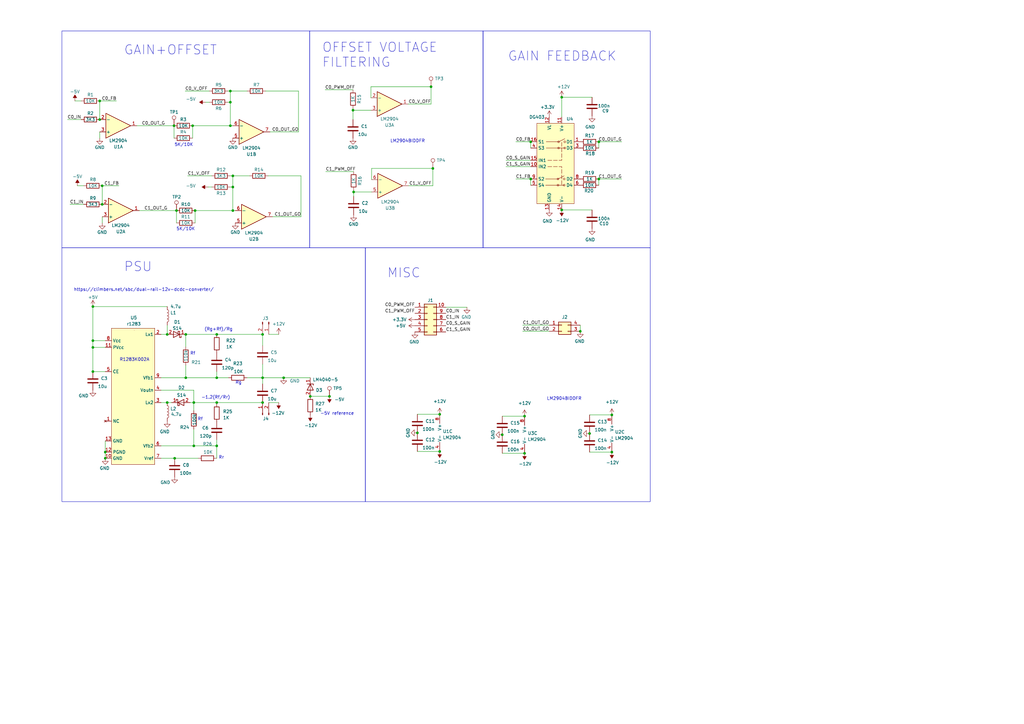
<source format=kicad_sch>
(kicad_sch (version 20230121) (generator eeschema)
  (paper "A3")
  (lib_symbols
    (symbol "Amplifier_Operational:LM2904" (pin_names (offset 0.127))
      (property "Reference" "U" (at 0 5.08 0))
      (property "Value" "LM2904" (at 0 -5.08 0))
      (symbol "LM2904_1_1"
        (polyline (pts (xy -5.08 5.08) (xy 5.08 0) (xy -5.08 -5.08) (xy -5.08 5.08)) (stroke (width 0.254)) (fill (type background)))
        (pin output line (at 7.62 0 180) (length 2.54) (name "~") (number "1"))
        (pin input line (at -7.62 -2.54 0) (length 2.54) (name "-") (number "2"))
        (pin input line (at -7.62 2.54 0) (length 2.54) (name "+") (number "3"))
      )
      (symbol "LM2904_2_1"
        (polyline (pts (xy -5.08 5.08) (xy 5.08 0) (xy -5.08 -5.08) (xy -5.08 5.08)) (stroke (width 0.254)) (fill (type background)))
        (pin input line (at -7.62 2.54 0) (length 2.54) (name "+") (number "5"))
        (pin input line (at -7.62 -2.54 0) (length 2.54) (name "-") (number "6"))
        (pin output line (at 7.62 0 180) (length 2.54) (name "~") (number "7"))
      )
      (symbol "LM2904_3_1"
        (pin power_in line (at -2.54 -7.62 90) (length 3.81) (name "V-") (number "4"))
        (pin power_in line (at -2.54 7.62 270) (length 3.81) (name "V+") (number "8"))
      )
    )
    (symbol "Connector:Conn_01x02_Pin" (pin_names (offset 1.016) hide)
      (property "Reference" "J" (at 0 2.54 0))
      (property "Value" "Conn_01x02_Pin" (at 0 -5.08 0))
      (symbol "Conn_01x02_Pin_1_1"
        (polyline (pts (xy 1.27 -2.54) (xy 0.8636 -2.54)) (stroke (width 0.1524)))
        (polyline (pts (xy 1.27 0) (xy 0.8636 0)) (stroke (width 0.1524)))
        (rectangle (start 0.8636 -2.413) (end 0 -2.667) (stroke (width 0.1524)) (fill (type outline)))
        (rectangle (start 0.8636 0.127) (end 0 -0.127) (stroke (width 0.1524)) (fill (type outline)))
        (pin passive line (at 5.08 0 180) (length 3.81) (name "Pin_1") (number "1"))
        (pin passive line (at 5.08 -2.54 180) (length 3.81) (name "Pin_2") (number "2"))
      )
    )
    (symbol "Connector:TestPoint" (pin_numbers hide) (pin_names (offset 0.762) hide)
      (property "Reference" "TP" (at 0 6.858 0))
      (property "Value" "TestPoint" (at 0 5.08 0))
      (symbol "TestPoint_0_1"
        (circle (center 0 3.302) (radius 0.762))
      )
      (symbol "TestPoint_1_1"
        (pin passive line (at 0 0 90) (length 2.54) (name "1") (number "1"))
      )
    )
    (symbol "Connector_Generic:Conn_02x02_Counter_Clockwise" (pin_names (offset 1.016) hide)
      (property "Reference" "J" (at 1.27 2.54 0))
      (property "Value" "Conn_02x02_Counter_Clockwise" (at 1.27 -5.08 0))
      (symbol "Conn_02x02_Counter_Clockwise_1_1"
        (rectangle (start -1.27 -2.413) (end 0 -2.667) (stroke (width 0.1524)))
        (rectangle (start -1.27 0.127) (end 0 -0.127) (stroke (width 0.1524)))
        (rectangle (start -1.27 1.27) (end 3.81 -3.81) (stroke (width 0.254)) (fill (type background)))
        (rectangle (start 3.81 -2.413) (end 2.54 -2.667) (stroke (width 0.1524)))
        (rectangle (start 3.81 0.127) (end 2.54 -0.127) (stroke (width 0.1524)))
        (pin passive line (at -5.08 0 0) (length 3.81) (name "Pin_1") (number "1"))
        (pin passive line (at -5.08 -2.54 0) (length 3.81) (name "Pin_2") (number "2"))
        (pin passive line (at 7.62 -2.54 180) (length 3.81) (name "Pin_3") (number "3"))
        (pin passive line (at 7.62 0 180) (length 3.81) (name "Pin_4") (number "4"))
      )
    )
    (symbol "Connector_Generic:Conn_02x05_Counter_Clockwise" (pin_names (offset 1.016) hide)
      (property "Reference" "J" (at 1.27 7.62 0))
      (property "Value" "Conn_02x05_Counter_Clockwise" (at 1.27 -7.62 0))
      (symbol "Conn_02x05_Counter_Clockwise_1_1"
        (rectangle (start -1.27 -4.953) (end 0 -5.207) (stroke (width 0.1524)))
        (rectangle (start -1.27 -2.413) (end 0 -2.667) (stroke (width 0.1524)))
        (rectangle (start -1.27 0.127) (end 0 -0.127) (stroke (width 0.1524)))
        (rectangle (start -1.27 2.667) (end 0 2.413) (stroke (width 0.1524)))
        (rectangle (start -1.27 5.207) (end 0 4.953) (stroke (width 0.1524)))
        (rectangle (start -1.27 6.35) (end 3.81 -6.35) (stroke (width 0.254)) (fill (type background)))
        (rectangle (start 3.81 -4.953) (end 2.54 -5.207) (stroke (width 0.1524)))
        (rectangle (start 3.81 -2.413) (end 2.54 -2.667) (stroke (width 0.1524)))
        (rectangle (start 3.81 0.127) (end 2.54 -0.127) (stroke (width 0.1524)))
        (rectangle (start 3.81 2.667) (end 2.54 2.413) (stroke (width 0.1524)))
        (rectangle (start 3.81 5.207) (end 2.54 4.953) (stroke (width 0.1524)))
        (pin passive line (at -5.08 5.08 0) (length 3.81) (name "Pin_1") (number "1"))
        (pin passive line (at 7.62 5.08 180) (length 3.81) (name "Pin_10") (number "10"))
        (pin passive line (at -5.08 2.54 0) (length 3.81) (name "Pin_2") (number "2"))
        (pin passive line (at -5.08 0 0) (length 3.81) (name "Pin_3") (number "3"))
        (pin passive line (at -5.08 -2.54 0) (length 3.81) (name "Pin_4") (number "4"))
        (pin passive line (at -5.08 -5.08 0) (length 3.81) (name "Pin_5") (number "5"))
        (pin passive line (at 7.62 -5.08 180) (length 3.81) (name "Pin_6") (number "6"))
        (pin passive line (at 7.62 -2.54 180) (length 3.81) (name "Pin_7") (number "7"))
        (pin passive line (at 7.62 0 180) (length 3.81) (name "Pin_8") (number "8"))
        (pin passive line (at 7.62 2.54 180) (length 3.81) (name "Pin_9") (number "9"))
      )
    )
    (symbol "D_Schottky_1" (pin_names (offset 1.016) hide)
      (property "Reference" "D" (at 0 2.54 0))
      (property "Value" "D_Schottky_1" (at 0 -2.54 0))
      (symbol "D_Schottky_1_0_1"
        (polyline (pts (xy 1.27 0) (xy -1.27 0)))
        (polyline (pts (xy 1.27 1.27) (xy 1.27 -1.27) (xy -1.27 0) (xy 1.27 1.27)) (stroke (width 0.254)))
        (polyline (pts (xy -1.905 0.635) (xy -1.905 1.27) (xy -1.27 1.27) (xy -1.27 -1.27) (xy -0.635 -1.27) (xy -0.635 -0.635)) (stroke (width 0.254)))
      )
      (symbol "D_Schottky_1_1_1"
        (pin passive line (at -3.81 0 0) (length 2.54) (name "K") (number "1"))
        (pin passive line (at 3.81 0 180) (length 2.54) (name "A") (number "2"))
      )
    )
    (symbol "Device:C" (pin_numbers hide) (pin_names (offset 0.254))
      (property "Reference" "C" (at 0.635 2.54 0))
      (property "Value" "C" (at 0.635 -2.54 0))
      (symbol "C_0_1"
        (polyline (pts (xy -2.032 -0.762) (xy 2.032 -0.762)) (stroke (width 0.508)))
        (polyline (pts (xy -2.032 0.762) (xy 2.032 0.762)) (stroke (width 0.508)))
      )
      (symbol "C_1_1"
        (pin passive line (at 0 3.81 270) (length 2.794) (name "~") (number "1"))
        (pin passive line (at 0 -3.81 90) (length 2.794) (name "~") (number "2"))
      )
    )
    (symbol "Device:D_Zener" (pin_names (offset 1.016) hide)
      (property "Reference" "D" (at 0 2.54 0))
      (property "Value" "D_Zener" (at 0 -2.54 0))
      (symbol "D_Zener_0_1"
        (polyline (pts (xy 1.27 0) (xy -1.27 0)))
        (polyline (pts (xy -1.27 -1.27) (xy -1.27 1.27) (xy -0.762 1.27)) (stroke (width 0.254)))
        (polyline (pts (xy 1.27 -1.27) (xy 1.27 1.27) (xy -1.27 0) (xy 1.27 -1.27)) (stroke (width 0.254)))
      )
      (symbol "D_Zener_1_1"
        (pin passive line (at -3.81 0 0) (length 2.54) (name "K") (number "1"))
        (pin passive line (at 3.81 0 180) (length 2.54) (name "A") (number "2"))
      )
    )
    (symbol "Device:L" (pin_numbers hide) (pin_names (offset 1.016) hide)
      (property "Reference" "L" (at -1.27 0 90))
      (property "Value" "L" (at 1.905 0 90))
      (symbol "L_0_1"
        (arc (start 0 -2.54) (mid 0.6323 -1.905) (end 0 -1.27))
        (arc (start 0 -1.27) (mid 0.6323 -0.635) (end 0 0))
        (arc (start 0 0) (mid 0.6323 0.635) (end 0 1.27))
        (arc (start 0 1.27) (mid 0.6323 1.905) (end 0 2.54))
      )
      (symbol "L_1_1"
        (pin passive line (at 0 3.81 270) (length 1.27) (name "1") (number "1"))
        (pin passive line (at 0 -3.81 90) (length 1.27) (name "2") (number "2"))
      )
    )
    (symbol "Device:R" (pin_numbers hide) (pin_names (offset 0))
      (property "Reference" "R" (at 2.032 0 90))
      (property "Value" "R" (at 0 0 90))
      (symbol "R_0_1"
        (rectangle (start -1.016 -2.54) (end 1.016 2.54) (stroke (width 0.254)))
      )
      (symbol "R_1_1"
        (pin passive line (at 0 3.81 270) (length 1.27) (name "~") (number "1"))
        (pin passive line (at 0 -3.81 90) (length 1.27) (name "~") (number "2"))
      )
    )
    (symbol "awg_lib:DG403"
      (property "Reference" "U" (at 2.54 17.78 0))
      (property "Value" "DG403" (at -7.112 6.604 0))
      (symbol "DG403_1_1"
        (rectangle (start -5.08 5.08) (end 10.16 -27.94) (fill (type background)))
        (polyline (pts (xy -1.524 -20.32) (xy 3.556 -20.32)))
        (polyline (pts (xy -1.524 -17.78) (xy 3.556 -17.78)))
        (polyline (pts (xy -1.27 -5.08) (xy 3.81 -5.08)))
        (polyline (pts (xy -1.27 -2.54) (xy 3.81 -2.54)))
        (polyline (pts (xy 3.556 -20.32) (xy 6.096 -20.32)))
        (polyline (pts (xy 3.556 -17.78) (xy 6.096 -16.51)))
        (polyline (pts (xy 3.81 -5.08) (xy 6.35 -5.08)))
        (polyline (pts (xy 3.81 -2.54) (xy 6.35 -1.27)))
        (polyline (pts (xy -0.635 -12.7) (xy 5.08 -12.7) (xy 5.08 -20.32)) (stroke (width 0) (type dash)))
        (polyline (pts (xy -0.635 -10.16) (xy 5.08 -10.16) (xy 5.08 -2.54)) (stroke (width 0) (type dash)))
        (circle (center 3.556 -20.32) (radius 0.3592))
        (circle (center 3.556 -17.78) (radius 0.3592))
        (circle (center 3.81 -5.08) (radius 0.3592))
        (circle (center 3.81 -2.54) (radius 0.3592))
        (circle (center 6.096 -20.32) (radius 0.3592))
        (circle (center 6.096 -17.78) (radius 0.3592))
        (circle (center 6.35 -5.08) (radius 0.3592))
        (circle (center 6.35 -2.54) (radius 0.3592))
        (pin input line (at 12.7 -2.54 180) (length 2.54) (name "D1") (number "1"))
        (pin input line (at -7.62 -12.7 0) (length 2.54) (name "IN2") (number "10"))
        (pin power_in line (at 5.08 7.62 270) (length 2.54) (name "V+") (number "11"))
        (pin power_in line (at 0 7.62 270) (length 2.54) (name "VL") (number "12"))
        (pin power_in line (at 0 -30.48 90) (length 2.54) (name "GND") (number "13"))
        (pin power_in line (at 5.08 -30.48 90) (length 2.54) (name "V-") (number "14"))
        (pin input line (at -7.62 -10.16 0) (length 2.54) (name "IN1") (number "15"))
        (pin input line (at -7.62 -2.54 0) (length 2.54) (name "S1") (number "16"))
        (pin input line (at 12.7 -5.08 180) (length 2.54) (name "D3") (number "3"))
        (pin input line (at -7.62 -5.08 0) (length 2.54) (name "S3") (number "4"))
        (pin input line (at -7.62 -20.32 0) (length 2.54) (name "S4") (number "5"))
        (pin input line (at 12.7 -20.32 180) (length 2.54) (name "D4") (number "6"))
        (pin input line (at 12.7 -17.78 180) (length 2.54) (name "D2") (number "8"))
        (pin input line (at -7.62 -17.78 0) (length 2.54) (name "S2") (number "9"))
      )
    )
    (symbol "awg_lib:r1283"
      (property "Reference" "U" (at -5.08 -2.54 0))
      (property "Value" "r1283" (at -5.08 -0.762 0))
      (symbol "r1283_0_1"
        (rectangle (start -15.24 -5.08) (end 2.54 -60.96) (fill (type background)))
        (rectangle (start -5.842 -5.842) (end -5.842 -5.842))
      )
      (symbol "r1283_1_1"
        (pin no_connect line (at -17.78 -43.18 0) (length 2.54) (name "NC") (number "1"))
        (pin power_in line (at -17.78 -58.42 0) (length 2.54) (name "GND") (number "10"))
        (pin power_out line (at -17.78 -12.954 0) (length 2.54) (name "PVcc") (number "11"))
        (pin power_out line (at -17.78 -55.88 0) (length 2.54) (name "PGND") (number "12"))
        (pin input line (at -17.78 -51.308 0) (length 2.54) (name "GND") (number "13"))
        (pin input line (at 5.08 -7.62 180) (length 2.54) (name "Lx1") (number "2"))
        (pin input line (at 5.08 -35.56 180) (length 2.54) (name "Lx2") (number "3"))
        (pin power_out line (at 5.08 -30.48 180) (length 2.54) (name "Voutn") (number "4"))
        (pin input line (at -17.78 -22.86 0) (length 2.54) (name "CE") (number "5"))
        (pin input line (at 5.08 -53.34 180) (length 2.54) (name "Vfb2") (number "6"))
        (pin input line (at 5.08 -58.42 180) (length 2.54) (name "Vref") (number "7"))
        (pin power_in line (at -17.78 -10.16 0) (length 2.54) (name "Vcc") (number "8"))
        (pin input line (at 5.08 -25.4 180) (length 2.54) (name "Vfb1") (number "9"))
      )
    )
    (symbol "power:+12V" (power) (pin_names (offset 0))
      (property "Value" "+12V" (at 0 3.556 0))
      (symbol "+12V_0_1"
        (polyline (pts (xy -0.762 1.27) (xy 0 2.54)))
        (polyline (pts (xy 0 0) (xy 0 2.54)))
        (polyline (pts (xy 0 2.54) (xy 0.762 1.27)))
      )
      (symbol "+12V_1_1"
        (pin power_in line (at 0 0 90) (length 0) hide (name "+12V") (number "1"))
      )
    )
    (symbol "power:+3.3V" (power) (pin_names (offset 0))
      (property "Value" "+3.3V" (at 0 3.556 0))
      (symbol "+3.3V_0_1"
        (polyline (pts (xy -0.762 1.27) (xy 0 2.54)))
        (polyline (pts (xy 0 0) (xy 0 2.54)))
        (polyline (pts (xy 0 2.54) (xy 0.762 1.27)))
      )
      (symbol "+3.3V_1_1"
        (pin power_in line (at 0 0 90) (length 0) hide (name "+3.3V") (number "1"))
      )
    )
    (symbol "power:+5V" (power) (pin_names (offset 0))
      (property "Value" "+5V" (at 0 3.556 0))
      (symbol "+5V_0_1"
        (polyline (pts (xy -0.762 1.27) (xy 0 2.54)))
        (polyline (pts (xy 0 0) (xy 0 2.54)))
        (polyline (pts (xy 0 2.54) (xy 0.762 1.27)))
      )
      (symbol "+5V_1_1"
        (pin power_in line (at 0 0 90) (length 0) hide (name "+5V") (number "1"))
      )
    )
    (symbol "power:-12V" (power) (pin_names (offset 0))
      (property "Value" "-12V" (at 0 3.81 0))
      (symbol "-12V_0_0"
        (pin power_in line (at 0 0 90) (length 0) hide (name "-12V") (number "1"))
      )
      (symbol "-12V_0_1"
        (polyline (pts (xy 0 0) (xy 0 1.27) (xy 0.762 1.27) (xy 0 2.54) (xy -0.762 1.27) (xy 0 1.27)) (fill (type outline)))
      )
    )
    (symbol "power:-5V" (power) (pin_names (offset 0))
      (property "Value" "-5V" (at 0 3.81 0))
      (symbol "-5V_0_0"
        (pin power_in line (at 0 0 90) (length 0) hide (name "-5V") (number "1"))
      )
      (symbol "-5V_0_1"
        (polyline (pts (xy 0 0) (xy 0 1.27) (xy 0.762 1.27) (xy 0 2.54) (xy -0.762 1.27) (xy 0 1.27)) (fill (type outline)))
      )
    )
    (symbol "power:GND" (power) (pin_names (offset 0))
      (property "Value" "GND" (at 0 -3.81 0))
      (symbol "GND_0_1"
        (polyline (pts (xy 0 0) (xy 0 -1.27) (xy 1.27 -1.27) (xy 0 -2.54) (xy -1.27 -1.27) (xy 0 -1.27)))
      )
      (symbol "GND_1_1"
        (pin power_in line (at 0 0 270) (length 0) hide (name "GND") (number "1"))
      )
    )
  )
  (junction (at 135.128 162.56))
  (junction (at 88.9 165.1))
  (junction (at 95.504 86.36))
  (junction (at 94.488 41.91))
  (junction (at 71.374 51.562))
  (junction (at 107.696 137.16))
  (junction (at 250.952 185.42))
  (junction (at 171.196 177.546))
  (junction (at 180.34 169.926))
  (junction (at 88.9 137.16))
  (junction (at 68.58 165.1))
  (junction (at 145.034 78.74))
  (junction (at 41.91 76.2))
  (junction (at 245.618 58.166))
  (junction (at 94.488 51.562))
  (junction (at 107.696 154.94))
  (junction (at 215.138 170.688))
  (junction (at 68.58 137.16))
  (junction (at 78.994 51.562))
  (junction (at 41.91 83.82))
  (junction (at 72.39 86.36))
  (junction (at 88.9 182.88))
  (junction (at 40.894 41.402))
  (junction (at 217.678 73.406))
  (junction (at 71.628 187.96))
  (junction (at 38.1 125.73))
  (junction (at 215.138 185.928))
  (junction (at 116.332 154.94))
  (junction (at 127.254 162.56))
  (junction (at 88.9 154.94))
  (junction (at 107.696 165.1))
  (junction (at 94.488 37.338))
  (junction (at 230.378 39.878))
  (junction (at 250.952 170.18))
  (junction (at 80.01 86.36))
  (junction (at 38.1 139.7))
  (junction (at 76.2 137.16))
  (junction (at 38.1 152.4))
  (junction (at 241.808 177.8))
  (junction (at 180.34 185.166))
  (junction (at 38.1 142.494))
  (junction (at 217.678 58.166))
  (junction (at 176.784 35.56))
  (junction (at 237.998 135.89))
  (junction (at 144.78 45.212))
  (junction (at 230.378 86.106))
  (junction (at 43.18 185.42))
  (junction (at 177.546 69.088))
  (junction (at 76.2 154.94))
  (junction (at 95.504 76.708))
  (junction (at 43.18 187.96))
  (junction (at 79.502 165.1))
  (junction (at 79.502 182.88))
  (junction (at 245.618 73.406))
  (junction (at 95.504 72.136))
  (junction (at 40.894 49.022))
  (junction (at 205.994 178.308))
  (wire (pts (xy 145.034 78.74) (xy 152.4 78.74)))
  (wire (pts (xy 79.502 182.88) (xy 66.04 182.88)))
  (wire (pts (xy 88.9 165.1) (xy 107.696 165.1)))
  (wire (pts (xy 114.3 137.16) (xy 110.236 137.16)))
  (wire (pts (xy 110.744 54.102) (xy 122.428 54.102)))
  (wire (pts (xy 93.472 41.91) (xy 94.488 41.91)))
  (wire (pts (xy 152.4 69.088) (xy 152.4 73.66)))
  (wire (pts (xy 133.35 36.83) (xy 144.78 36.83)))
  (wire (pts (xy 43.18 187.96) (xy 43.18 185.42)))
  (wire (pts (xy 71.374 51.562) (xy 71.374 56.642)))
  (wire (pts (xy 40.894 41.402) (xy 40.894 49.022)))
  (wire (pts (xy 144.78 45.212) (xy 144.78 49.022)))
  (wire (pts (xy 242.824 86.106) (xy 230.378 86.106)))
  (wire (pts (xy 241.808 170.18) (xy 250.952 170.18)))
  (wire (pts (xy 79.502 165.1) (xy 88.9 165.1)))
  (wire (pts (xy 110.236 165.1) (xy 114.3 165.1)))
  (wire (pts (xy 41.91 88.9) (xy 41.91 91.44)))
  (wire (pts (xy 230.378 39.878) (xy 230.378 48.006)))
  (wire (pts (xy 214.376 133.35) (xy 225.298 133.35)))
  (wire (pts (xy 176.784 35.56) (xy 176.784 42.672)))
  (wire (pts (xy 78.994 51.562) (xy 94.488 51.562)))
  (wire (pts (xy 245.618 73.406) (xy 245.618 75.946)))
  (wire (pts (xy 108.966 37.338) (xy 122.428 37.338)))
  (wire (pts (xy 144.78 44.45) (xy 144.78 45.212)))
  (wire (pts (xy 38.1 125.73) (xy 38.1 139.7)))
  (wire (pts (xy 171.196 169.926) (xy 180.34 169.926)))
  (wire (pts (xy 122.428 37.338) (xy 122.428 54.102)))
  (wire (pts (xy 38.1 142.494) (xy 38.1 152.4)))
  (wire (pts (xy 214.376 135.89) (xy 225.298 135.89)))
  (wire (pts (xy 85.344 76.708) (xy 86.868 76.708)))
  (wire (pts (xy 96.52 86.36) (xy 95.504 86.36)))
  (wire (pts (xy 38.1 139.7) (xy 43.18 139.7)))
  (wire (pts (xy 68.58 133.35) (xy 68.58 137.16)))
  (wire (pts (xy 242.824 39.878) (xy 230.378 39.878)))
  (wire (pts (xy 207.518 65.786) (xy 217.678 65.786)))
  (wire (pts (xy 31.75 76.2) (xy 34.29 76.2)))
  (wire (pts (xy 109.982 72.136) (xy 123.444 72.136)))
  (wire (pts (xy 107.696 154.94) (xy 107.696 157.48)))
  (wire (pts (xy 84.328 41.91) (xy 85.852 41.91)))
  (wire (pts (xy 107.696 149.352) (xy 107.696 154.94)))
  (wire (pts (xy 95.504 72.136) (xy 95.504 76.708)))
  (wire (pts (xy 211.582 58.166) (xy 217.678 58.166)))
  (wire (pts (xy 255.016 58.166) (xy 245.618 58.166)))
  (wire (pts (xy 145.034 77.978) (xy 145.034 78.74)))
  (wire (pts (xy 191.516 125.984) (xy 182.88 125.984)))
  (wire (pts (xy 88.9 137.16) (xy 76.2 137.16)))
  (wire (pts (xy 88.9 182.88) (xy 88.9 180.34)))
  (wire (pts (xy 76.2 154.94) (xy 88.9 154.94)))
  (wire (pts (xy 111.76 88.9) (xy 123.444 88.9)))
  (wire (pts (xy 38.1 152.4) (xy 43.18 152.4)))
  (wire (pts (xy 94.488 76.708) (xy 95.504 76.708)))
  (wire (pts (xy 94.488 72.136) (xy 95.504 72.136)))
  (wire (pts (xy 133.604 70.358) (xy 145.034 70.358)))
  (wire (pts (xy 80.01 86.36) (xy 95.504 86.36)))
  (wire (pts (xy 40.894 54.102) (xy 40.894 56.642)))
  (wire (pts (xy 79.502 182.88) (xy 88.9 182.88)))
  (wire (pts (xy 93.472 37.338) (xy 94.488 37.338)))
  (wire (pts (xy 93.726 154.94) (xy 88.9 154.94)))
  (wire (pts (xy 68.58 165.1) (xy 66.04 165.1)))
  (wire (pts (xy 88.9 173.228) (xy 88.9 172.72)))
  (wire (pts (xy 76.2 149.86) (xy 76.2 154.94)))
  (wire (pts (xy 145.034 78.74) (xy 145.034 80.518)))
  (wire (pts (xy 79.502 168.402) (xy 79.502 165.1)))
  (wire (pts (xy 88.9 187.96) (xy 88.9 182.88)))
  (wire (pts (xy 152.146 35.56) (xy 176.784 35.56)))
  (wire (pts (xy 77.978 165.1) (xy 79.502 165.1)))
  (wire (pts (xy 177.546 76.2) (xy 177.546 69.088)))
  (wire (pts (xy 144.78 45.212) (xy 152.146 45.212)))
  (wire (pts (xy 79.502 165.1) (xy 79.502 160.02)))
  (wire (pts (xy 176.784 42.672) (xy 167.386 42.672)))
  (wire (pts (xy 68.58 137.16) (xy 66.04 137.16)))
  (wire (pts (xy 116.332 154.94) (xy 127.254 154.94)))
  (wire (pts (xy 171.196 185.166) (xy 180.34 185.166)))
  (wire (pts (xy 38.1 142.494) (xy 43.18 142.494)))
  (wire (pts (xy 127.254 162.56) (xy 135.128 162.56)))
  (wire (pts (xy 177.546 69.088) (xy 152.4 69.088)))
  (wire (pts (xy 68.58 125.73) (xy 38.1 125.73)))
  (wire (pts (xy 43.18 180.848) (xy 43.18 185.42)))
  (wire (pts (xy 102.362 72.136) (xy 95.504 72.136)))
  (wire (pts (xy 217.678 73.406) (xy 217.678 75.946)))
  (wire (pts (xy 78.994 56.642) (xy 78.994 51.562)))
  (wire (pts (xy 79.502 160.02) (xy 66.04 160.02)))
  (wire (pts (xy 30.734 41.402) (xy 33.274 41.402)))
  (wire (pts (xy 57.15 86.36) (xy 72.39 86.36)))
  (wire (pts (xy 88.9 154.94) (xy 88.9 152.4)))
  (wire (pts (xy 211.582 73.406) (xy 217.678 73.406)))
  (wire (pts (xy 80.01 91.44) (xy 80.01 86.36)))
  (wire (pts (xy 217.678 58.166) (xy 217.678 60.706)))
  (wire (pts (xy 71.628 187.96) (xy 66.04 187.96)))
  (wire (pts (xy 107.696 137.16) (xy 107.696 141.732)))
  (wire (pts (xy 241.808 185.42) (xy 250.952 185.42)))
  (wire (pts (xy 215.138 185.928) (xy 205.994 185.928)))
  (wire (pts (xy 76.2 142.24) (xy 76.2 137.16)))
  (wire (pts (xy 28.702 83.82) (xy 34.29 83.82)))
  (wire (pts (xy 207.518 68.326) (xy 217.678 68.326)))
  (wire (pts (xy 152.146 40.132) (xy 152.146 35.56)))
  (wire (pts (xy 79.502 176.022) (xy 79.502 182.88)))
  (wire (pts (xy 94.488 51.562) (xy 94.488 41.91)))
  (wire (pts (xy 107.696 154.94) (xy 101.346 154.94)))
  (wire (pts (xy 66.04 154.94) (xy 76.2 154.94)))
  (wire (pts (xy 167.64 76.2) (xy 177.546 76.2)))
  (wire (pts (xy 41.91 76.2) (xy 41.91 83.82)))
  (wire (pts (xy 47.752 41.402) (xy 40.894 41.402)))
  (wire (pts (xy 255.016 73.406) (xy 245.618 73.406)))
  (wire (pts (xy 76.962 72.136) (xy 86.868 72.136)))
  (wire (pts (xy 116.332 154.94) (xy 107.696 154.94)))
  (wire (pts (xy 81.28 187.96) (xy 71.628 187.96)))
  (wire (pts (xy 101.346 37.338) (xy 94.488 37.338)))
  (wire (pts (xy 88.9 165.608) (xy 88.9 165.1)))
  (wire (pts (xy 68.58 165.1) (xy 70.358 165.1)))
  (wire (pts (xy 237.998 135.89) (xy 237.998 133.35)))
  (wire (pts (xy 27.686 49.022) (xy 33.274 49.022)))
  (wire (pts (xy 95.504 51.562) (xy 94.488 51.562)))
  (wire (pts (xy 48.768 76.2) (xy 41.91 76.2)))
  (wire (pts (xy 72.39 86.36) (xy 72.39 91.44)))
  (wire (pts (xy 245.618 58.166) (xy 245.618 60.706)))
  (wire (pts (xy 205.994 170.688) (xy 215.138 170.688)))
  (wire (pts (xy 95.504 86.36) (xy 95.504 76.708)))
  (wire (pts (xy 56.134 51.562) (xy 71.374 51.562)))
  (wire (pts (xy 38.1 139.7) (xy 38.1 142.494)))
  (wire (pts (xy 94.488 37.338) (xy 94.488 41.91)))
  (wire (pts (xy 123.444 72.136) (xy 123.444 88.9)))
  (wire (pts (xy 75.946 37.338) (xy 85.852 37.338)))
  (wire (pts (xy 88.9 137.16) (xy 107.696 137.16)))
  (rectangle (start 25.4 101.6) (end 149.86 205.74))
  (rectangle (start 127 12.7) (end 198.12 101.6))
  (rectangle (start 198.12 12.7) (end 266.7 101.6))
  (rectangle (start 25.4 12.7) (end 127 101.6))
  (rectangle (start 149.86 101.6) (end 266.7 205.74))
  (text "OFFSET VOLTAGE\nFILTERING" (at 132.08 27.94 0) (effects (font (size 3.81 3.81)) (justify left bottom)))
  (text "-1.2(Rf/Rr)" (at 82.55 163.83 0) (effects (font (size 1.27 1.27)) (justify left bottom)))
  (text "5K/10K" (at 80.01 94.742 0) (effects (font (size 1.27 1.27)) (justify right bottom)))
  (text "GAIN FEEDBACK" (at 208.28 25.4 0) (effects (font (size 3.81 3.81)) (justify left bottom)))
  (text "MISC" (at 158.75 114.3 0) (effects (font (size 3.81 3.81)) (justify left bottom)))
  (text "-5V reference" (at 131.318 170.434 0) (effects (font (size 1.27 1.27)) (justify left bottom)))
  (text "R1283K002A" (at 49.022 148.336 0) (effects (font (size 1.27 1.27)) (justify left bottom)))
  (text "Rf" (at 77.978 145.796 0) (effects (font (size 1.27 1.27)) (justify left bottom)))
  (text "GAIN+OFFSET" (at 50.8 22.86 0) (effects (font (size 3.81 3.81)) (justify left bottom)))
  (text "Rr" (at 89.662 188.468 0) (effects (font (size 1.27 1.27)) (justify left bottom)))
  (text "Rf" (at 81.026 172.72 0) (effects (font (size 1.27 1.27)) (justify left bottom)))
  (text "LM2904BIDDFR" (at 224.282 164.338 0) (effects (font (size 1.27 1.27)) (justify left bottom)))
  (text "PSU" (at 50.8 111.76 0) (effects (font (size 3.81 3.81)) (justify left bottom)))
  (text "LM2904BIDDFR" (at 160.02 58.674 0) (effects (font (size 1.27 1.27)) (justify left bottom)))
  (text "https://climbers.net/sbc/dual-rail-12v-dcdc-converter/" (at 30.226 119.634 0) (effects (font (size 1.27 1.27)) (justify left bottom)))
  (text "(Rg+Rf)/Rg" (at 83.82 135.89 0) (effects (font (size 1.27 1.27)) (justify left bottom)))
  (text "Rg" (at 96.52 157.734 0) (effects (font (size 1.27 1.27)) (justify left bottom)))
  (text "5K/10K" (at 79.248 60.198 0) (effects (font (size 1.27 1.27)) (justify right bottom)))
  (label "C1_IN" (at 28.702 83.82 0))
  (label "C1_S_GAIN" (at 207.518 68.326 0))
  (label "C0_OUT_G" (at 255.016 58.166 180))
  (label "C1_V_OFF" (at 76.962 72.136 0))
  (label "C1_OUT_GO" (at 123.444 88.9 180))
  (label "C1_OUT_G" (at 59.182 86.36 0))
  (label "C0_S_GAIN" (at 207.518 65.786 0))
  (label "C1_FB" (at 48.768 76.2 180))
  (label "C1_OUT_G" (at 255.016 73.406 180))
  (label "C0_IN" (at 182.88 128.524 0))
  (label "C1_FB" (at 211.582 73.406 0))
  (label "C0_S_GAIN" (at 182.88 133.604 0))
  (label "C1_IN" (at 182.88 131.064 0))
  (label "C0_FB" (at 211.582 58.166 0))
  (label "C0_PWM_OFF" (at 170.18 125.984 180))
  (label "C0_V_OFF" (at 176.784 42.672 180))
  (label "C1_OUT_GO" (at 214.376 133.35 0))
  (label "C0_IN" (at 27.686 49.022 0))
  (label "C0_OUT_G" (at 58.166 51.562 0))
  (label "C0_OUT_GO" (at 122.428 54.102 180))
  (label "C0_FB" (at 47.752 41.402 180))
  (label "C0_PWM_OFF" (at 133.35 36.83 0))
  (label "C1_S_GAIN" (at 182.88 136.144 0))
  (label "C1_PWM_OFF" (at 133.604 70.358 0))
  (label "C0_V_OFF" (at 75.946 37.338 0))
  (label "C1_V_OFF" (at 177.038 76.2 180))
  (label "C0_OUT_GO" (at 214.376 135.89 0))
  (label "C1_PWM_OFF" (at 170.18 128.524 180))
  (symbol (lib_id "awg_lib:DG403") (at 225.298 55.626 0) (unit 1)
    (property "Reference" "U4" (at 232.3339 48.768 0) (effects (justify left)))
    (property "Value" "DG403" (at 220.218 48.006 0))
    (property "Footprint" "Package_SO:TSSOP-16-1EP_4.4x5mm_P0.65mm" (effects hide))
    (property "BUY" "https://www.digikey.com/en/products/detail/renesas-electronics-america-inc/DG403DVZ/1976787" (effects hide))
  )
  (symbol (lib_id "awg_lib:r1283") (at 60.96 129.54 0) (unit 1)
    (property "Reference" "U5" (at 54.864 130.302 0))
    (property "Value" "r1283" (at 54.864 132.842 0))
    (property "Footprint" "awg_fp_lib:DFN-12" (effects hide))
    (property "BUY" "https://www.digikey.com/en/products/detail/nisshinbo-micro-devices-inc/R1283K001C-TR/10212797" (effects hide))
  )
  (symbol (lib_id "Device:R") (at 127.254 166.37 0) (unit 1)
    (property "Reference" "R27" (at 129.286 165.608 0) (effects (justify left)))
    (property "Value" "1K" (at 129.286 168.148 0) (effects (justify left)))
    (property "Footprint" "Resistor_SMD:R_0603_1608Metric" (effects hide))
  )
  (symbol (lib_id "power:-12V") (at 230.378 86.106 180) (unit 1)
    (property "Reference" "#PWR0118" (effects hide))
    (property "Value" "-12V" (at 230.632 90.424 0))
  )
  (symbol (lib_id "Device:C") (at 71.628 191.77 0) (unit 1)
    (property "Reference" "C8" (at 74.93 190.754 0) (effects (justify left)))
    (property "Value" "100n" (at 73.66 194.056 0) (effects (justify left)))
    (property "Footprint" "Capacitor_SMD:C_0603_1608Metric_Pad1.08x0.95mm_HandSolder" (effects hide))
  )
  (symbol (lib_id "power:+3.3V") (at 170.18 131.064 90) (unit 1)
    (property "Reference" "#PWR0110" (effects hide))
    (property "Value" "+3.3V" (at 163.83 131.064 90))
  )
  (symbol (lib_id "power:-12V") (at 215.138 185.928 180) (unit 1)
    (property "Reference" "#PWR02" (effects hide))
    (property "Value" "-12V" (at 215.392 190.246 0))
  )
  (symbol (lib_id "power:GND") (at 241.808 177.8 270) (unit 1)
    (property "Reference" "#PWR0101" (effects hide))
    (property "Value" "GND" (at 237.998 179.832 0) (effects (justify right)))
  )
  (symbol (lib_name "D_Schottky_1") (lib_id "Device:D_Schottky") (at 74.168 165.1 0) (unit 1)
    (property "Reference" "D2" (at 74.422 159.004 0))
    (property "Value" "S14" (at 74.422 162.052 0))
    (property "Footprint" "awg_fp_lib:S14" (effects hide))
    (property "BUY" "https://www.digikey.com/en/products/detail/yangzhou-yangjie-electronic-technology-co-ltd/S14-F1-3000HF/13911645" (effects hide))
  )
  (symbol (lib_id "Connector_Generic:Conn_02x05_Counter_Clockwise") (at 175.26 131.064 0) (unit 1)
    (property "Reference" "J1" (at 176.53 123.19 0))
    (property "Value" "02x05" (effects hide))
    (property "Footprint" "awg_fp_lib:2x05" (effects hide))
  )
  (symbol (lib_id "Amplifier_Operational:LM2904") (at 182.88 177.546 0) (unit 3)
    (property "Reference" "U1" (at 181.61 176.911 0) (effects (justify left)))
    (property "Value" "LM2904" (at 181.61 179.451 0) (effects (justify left)))
    (property "Footprint" "Package_TO_SOT_SMD:SOT-23-8_Handsoldering" (effects hide))
    (property "Datasheet" "http://www.ti.com/lit/ds/symlink/lm358.pdf" (effects hide))
    (property "BUY" "https://www.digikey.com/en/products/detail/texas-instruments/LM2904BIDDFR/15222319" (effects hide))
  )
  (symbol (lib_id "Device:R") (at 241.808 60.706 270) (mirror x) (unit 1)
    (property "Reference" "R18" (at 242.062 62.992 90))
    (property "Value" "10K" (at 241.808 60.706 90))
    (property "Footprint" "Resistor_SMD:R_0603_1608Metric" (effects hide))
  )
  (symbol (lib_id "power:-5V") (at 84.328 41.91 90) (unit 1)
    (property "Reference" "#PWR0121" (effects hide))
    (property "Value" "-5V" (at 76.2 40.64 90) (effects (justify right)))
  )
  (symbol (lib_id "Device:R") (at 38.1 83.82 90) (unit 1)
    (property "Reference" "R9" (at 38.1 81.28 90))
    (property "Value" "3K3" (at 38.1 83.82 90))
    (property "Footprint" "Resistor_SMD:R_0603_1608Metric" (effects hide))
  )
  (symbol (lib_id "Device:R") (at 89.662 41.91 270) (unit 1)
    (property "Reference" "R6" (at 89.662 44.45 90))
    (property "Value" "10K" (at 89.662 41.91 90))
    (property "Footprint" "Resistor_SMD:R_0603_1608Metric" (effects hide))
  )
  (symbol (lib_id "Device:R") (at 79.502 172.212 0) (mirror y) (unit 1)
    (property "Reference" "R24" (at 77.724 175.26 0) (effects (justify left)))
    (property "Value" "100k" (at 79.756 174.498 90) (effects (justify left)))
    (property "Footprint" "Resistor_SMD:R_0603_1608Metric" (effects hide))
    (property "BUY" "https://www.digikey.com/en/products/detail/yageo/RC0603FR-07110KL/726905" (effects hide))
  )
  (symbol (lib_id "Device:C") (at 107.696 161.29 0) (unit 1)
    (property "Reference" "C7" (at 110.998 160.274 0) (effects (justify left)))
    (property "Value" "10u" (at 109.728 163.576 0) (effects (justify left)))
    (property "Footprint" "Capacitor_SMD:C_0805_2012Metric_Pad1.18x1.45mm_HandSolder" (effects hide))
  )
  (symbol (lib_id "Connector_Generic:Conn_02x02_Counter_Clockwise") (at 230.378 133.35 0) (unit 1)
    (property "Reference" "J2" (at 231.648 130.048 0))
    (property "Value" "02x02" (effects hide))
    (property "Footprint" "awg_fp_lib:2x02" (effects hide))
  )
  (symbol (lib_id "Device:R") (at 90.678 72.136 90) (unit 1)
    (property "Reference" "R12" (at 90.678 69.596 90))
    (property "Value" "3K3" (at 90.678 72.136 90))
    (property "Footprint" "Resistor_SMD:R_0603_1608Metric" (effects hide))
  )
  (symbol (lib_id "power:+12V") (at 180.34 169.926 0) (unit 1)
    (property "Reference" "#PWR0112" (effects hide))
    (property "Value" "+12V" (at 180.34 164.592 0))
  )
  (symbol (lib_id "power:+12V") (at 250.952 170.18 0) (unit 1)
    (property "Reference" "#PWR0114" (effects hide))
    (property "Value" "+12V" (at 250.952 164.846 0))
  )
  (symbol (lib_id "Device:R") (at 89.662 37.338 90) (unit 1)
    (property "Reference" "R5" (at 89.662 34.798 90))
    (property "Value" "3K3" (at 89.662 37.338 90))
    (property "Footprint" "Resistor_SMD:R_0603_1608Metric" (effects hide))
    (property "BUY" "https://www.digikey.com/en/products/detail/yageo/RC0603FR-103K3L/13694210" (effects hide))
  )
  (symbol (lib_id "power:+5V") (at 170.18 133.604 90) (unit 1)
    (property "Reference" "#PWR0109" (effects hide))
    (property "Value" "+5V" (at 166.37 133.604 90) (effects (justify left)))
  )
  (symbol (lib_id "power:+5V") (at 38.1 125.73 0) (unit 1)
    (property "Reference" "#PWR0135" (effects hide))
    (property "Value" "+5V" (at 38.1 121.92 0))
  )
  (symbol (lib_id "Device:R") (at 88.9 140.97 0) (unit 1)
    (property "Reference" "R22" (at 92.71 139.6999 0) (effects (justify left)))
    (property "Value" "1K" (at 92.71 142.2399 0) (effects (justify left)))
    (property "Footprint" "Resistor_SMD:R_0603_1608Metric" (effects hide))
  )
  (symbol (lib_id "Device:R") (at 38.1 76.2 90) (unit 1)
    (property "Reference" "R8" (at 38.1 73.66 90))
    (property "Value" "10K" (at 38.1 76.2 90))
    (property "Footprint" "Resistor_SMD:R_0603_1608Metric" (effects hide))
  )
  (symbol (lib_id "Amplifier_Operational:LM2904") (at 103.124 54.102 0) (mirror x) (unit 2)
    (property "Reference" "U1" (at 103.124 63.246 0))
    (property "Value" "LM2904" (at 103.124 60.706 0))
    (property "Footprint" "Package_TO_SOT_SMD:SOT-23-8_Handsoldering" (effects hide))
    (property "Datasheet" "http://www.ti.com/lit/ds/symlink/lm358.pdf" (effects hide))
    (property "BUY" "https://www.digikey.com/en/products/detail/texas-instruments/LM2904BIDDFR/15222319" (effects hide))
  )
  (symbol (lib_id "Device:R") (at 75.184 51.562 270) (mirror x) (unit 1)
    (property "Reference" "R3" (at 75.184 49.022 90))
    (property "Value" "10K" (at 75.184 51.562 90))
    (property "Footprint" "Resistor_SMD:R_0603_1608Metric" (effects hide))
    (property "BUY" "https://www.digikey.com/en/products/detail/stackpole-electronics-inc/RNCP0603FTD10K0/2240139" (effects hide))
  )
  (symbol (lib_id "power:GND") (at 242.824 47.498 0) (unit 1)
    (property "Reference" "#PWR0119" (effects hide))
    (property "Value" "GND" (at 244.094 52.07 0) (effects (justify right)))
  )
  (symbol (lib_id "power:GND") (at 191.516 125.984 0) (unit 1)
    (property "Reference" "#PWR0102" (effects hide))
    (property "Value" "GND" (at 193.294 130.048 0) (effects (justify right)))
  )
  (symbol (lib_id "Device:R") (at 76.2 146.05 0) (unit 1)
    (property "Reference" "R21" (at 78.486 148.59 0) (effects (justify left)))
    (property "Value" "110k" (at 76.2 148.336 90) (effects (justify left)))
    (property "Footprint" "Resistor_SMD:R_0603_1608Metric" (effects hide))
    (property "BUY" "https://www.digikey.com/en/products/detail/yageo/RC0603FR-07100KL/726889" (effects hide))
  )
  (symbol (lib_id "Device:R") (at 37.084 41.402 90) (unit 1)
    (property "Reference" "R1" (at 37.084 38.862 90))
    (property "Value" "10K" (at 37.084 41.402 90))
    (property "Footprint" "Resistor_SMD:R_0603_1608Metric" (effects hide))
  )
  (symbol (lib_id "power:+12V") (at 230.378 39.878 0) (unit 1)
    (property "Reference" "#PWR0117" (effects hide))
    (property "Value" "+12V" (at 231.14 35.56 0))
  )
  (symbol (lib_id "power:GND") (at 237.998 135.89 0) (unit 1)
    (property "Reference" "#PWR01" (effects hide))
    (property "Value" "GND" (at 239.776 139.954 0) (effects (justify right)))
  )
  (symbol (lib_id "Amplifier_Operational:LM2904") (at 48.514 51.562 0) (mirror x) (unit 1)
    (property "Reference" "U1" (at 48.514 60.198 0))
    (property "Value" "LM2904" (at 48.514 57.658 0))
    (property "Footprint" "Package_TO_SOT_SMD:SOT-23-8_Handsoldering" (effects hide))
    (property "Datasheet" "http://www.ti.com/lit/ds/symlink/lm358.pdf" (effects hide))
    (property "BUY" "https://www.digikey.com/en/products/detail/texas-instruments/LM2904BIDDFR/15222319" (effects hide))
  )
  (symbol (lib_id "power:GND") (at 95.504 56.642 0) (unit 1)
    (property "Reference" "#PWR0123" (effects hide))
    (property "Value" "GND" (at 97.536 60.452 0) (effects (justify right)))
  )
  (symbol (lib_id "Device:R") (at 90.678 76.708 270) (unit 1)
    (property "Reference" "R13" (at 90.678 79.248 90))
    (property "Value" "10K" (at 90.678 76.708 90))
    (property "Footprint" "Resistor_SMD:R_0603_1608Metric" (effects hide))
  )
  (symbol (lib_id "Connector:TestPoint") (at 177.546 69.088 0) (unit 1) (in_bom no)
    (property "Reference" "TP4" (at 179.07 65.786 0) (effects (justify left)))
    (property "Value" "TestPoint" (effects hide))
    (property "Footprint" "TestPoint:TestPoint_THTPad_2.0x2.0mm_Drill1.0mm" (effects hide))
  )
  (symbol (lib_id "Device:R") (at 144.78 40.64 0) (unit 1)
    (property "Reference" "R15" (at 147.32 40.64 90))
    (property "Value" "1K" (at 144.78 40.64 90))
    (property "Footprint" "Resistor_SMD:R_0603_1608Metric" (effects hide))
  )
  (symbol (lib_id "Device:C") (at 171.196 181.356 0) (unit 1)
    (property "Reference" "C12" (at 174.498 180.34 0) (effects (justify left)))
    (property "Value" "100n" (at 173.228 183.642 0) (effects (justify left)))
    (property "Footprint" "Capacitor_SMD:C_0603_1608Metric_Pad1.08x0.95mm_HandSolder" (effects hide))
  )
  (symbol (lib_id "power:GND") (at 43.18 187.96 0) (unit 1)
    (property "Reference" "#PWR0131" (effects hide))
    (property "Value" "GND" (at 44.958 192.024 0) (effects (justify right)))
  )
  (symbol (lib_id "power:GND") (at 242.824 93.726 0) (unit 1)
    (property "Reference" "#PWR0120" (effects hide))
    (property "Value" "GND" (at 244.094 98.298 0) (effects (justify right)))
  )
  (symbol (lib_id "power:+12V") (at 215.138 170.688 0) (unit 1)
    (property "Reference" "#PWR0104" (effects hide))
    (property "Value" "+12V" (at 215.138 165.354 0))
  )
  (symbol (lib_id "power:GND") (at 225.298 86.106 0) (unit 1)
    (property "Reference" "#PWR0115" (effects hide))
    (property "Value" "GND" (at 226.568 90.678 0) (effects (justify right)))
  )
  (symbol (lib_id "power:-5V") (at 135.128 162.56 180) (unit 1)
    (property "Reference" "#PWR0128" (effects hide))
    (property "Value" "-5V" (at 137.16 163.8299 0) (effects (justify right)))
  )
  (symbol (lib_id "Amplifier_Operational:LM2904") (at 49.53 86.36 0) (mirror x) (unit 1)
    (property "Reference" "U2" (at 49.53 94.996 0))
    (property "Value" "LM2904" (at 49.53 92.456 0))
    (property "Footprint" "Package_TO_SOT_SMD:SOT-23-8_Handsoldering" (effects hide))
    (property "Datasheet" "http://www.ti.com/lit/ds/symlink/lm358.pdf" (effects hide))
    (property "BUY" "https://www.digikey.com/en/products/detail/texas-instruments/LM2904BIDDFR/15222319" (effects hide))
  )
  (symbol (lib_id "Device:L") (at 68.58 168.91 0) (unit 1)
    (property "Reference" "L2" (at 69.85 167.6399 0) (effects (justify left)))
    (property "Value" "4.7u" (at 70.104 169.926 0) (effects (justify left)))
    (property "Footprint" "awg_fp_lib:NRH2410" (effects hide))
  )
  (symbol (lib_id "Connector:Conn_01x02_Pin") (at 110.236 132.08 270) (unit 1)
    (property "Reference" "J3" (at 107.696 130.556 90) (effects (justify left)))
    (property "Value" "01x02" (effects hide))
    (property "Footprint" "Connector_PinHeader_2.54mm:PinHeader_1x02_P2.54mm_Vertical" (effects hide))
  )
  (symbol (lib_id "power:+3.3V") (at 225.298 48.006 0) (unit 1)
    (property "Reference" "#PWR0116" (effects hide))
    (property "Value" "+3.3V" (at 224.536 43.942 0))
  )
  (symbol (lib_id "Device:R") (at 145.034 74.168 0) (unit 1)
    (property "Reference" "R16" (at 147.574 74.168 90))
    (property "Value" "1K" (at 145.034 74.168 90))
    (property "Footprint" "Resistor_SMD:R_0603_1608Metric" (effects hide))
  )
  (symbol (lib_id "power:GND") (at 96.52 91.44 0) (unit 1)
    (property "Reference" "#PWR0137" (effects hide))
    (property "Value" "GND" (at 98.552 95.25 0) (effects (justify right)))
  )
  (symbol (lib_id "Device:R") (at 37.084 49.022 90) (unit 1)
    (property "Reference" "R2" (at 37.084 46.482 90))
    (property "Value" "3K3" (at 37.084 49.022 90))
    (property "Footprint" "Resistor_SMD:R_0603_1608Metric" (effects hide))
  )
  (symbol (lib_name "D_Schottky_1") (lib_id "Device:D_Schottky") (at 72.39 137.16 180) (unit 1)
    (property "Reference" "D1" (at 72.7075 132.08 0))
    (property "Value" "S14" (at 72.7075 134.62 0))
    (property "Footprint" "awg_fp_lib:S14" (effects hide))
  )
  (symbol (lib_id "Device:R") (at 106.172 72.136 90) (unit 1)
    (property "Reference" "R14" (at 106.172 69.596 90))
    (property "Value" "10K" (at 106.172 72.136 90))
    (property "Footprint" "Resistor_SMD:R_0603_1608Metric" (effects hide))
  )
  (symbol (lib_id "power:GND") (at 40.894 56.642 0) (unit 1)
    (property "Reference" "#PWR0139" (effects hide))
    (property "Value" "GND" (at 42.926 60.452 0) (effects (justify right)))
  )
  (symbol (lib_id "Device:C") (at 242.824 43.688 180) (unit 1)
    (property "Reference" "C9" (at 249.682 45.466 0) (effects (justify left)))
    (property "Value" "100n" (at 250.19 43.434 0) (effects (justify left)))
    (property "Footprint" "Capacitor_SMD:C_0603_1608Metric_Pad1.08x0.95mm_HandSolder" (effects hide))
  )
  (symbol (lib_id "Device:C") (at 88.9 148.59 0) (unit 1)
    (property "Reference" "C4" (at 92.202 147.574 0) (effects (justify left)))
    (property "Value" "120p" (at 90.932 150.876 0) (effects (justify left)))
    (property "Footprint" "Capacitor_SMD:C_0603_1608Metric_Pad1.08x0.95mm_HandSolder" (effects hide))
  )
  (symbol (lib_id "Device:R") (at 88.9 169.418 0) (unit 1)
    (property "Reference" "R25" (at 91.44 168.783 0) (effects (justify left)))
    (property "Value" "1K" (at 91.44 171.323 0) (effects (justify left)))
    (property "Footprint" "Resistor_SMD:R_0603_1608Metric" (effects hide))
    (property "BUY" "https://www.digikey.com/en/products/detail/stackpole-electronics-inc/RNCP0603FTD1K00/2240106" (effects hide))
  )
  (symbol (lib_id "Connector:TestPoint") (at 72.39 86.36 0) (unit 1) (in_bom no)
    (property "Reference" "TP2" (at 70.612 80.772 0) (effects (justify left)))
    (property "Value" "TestPoint" (effects hide))
    (property "Footprint" "TestPoint:TestPoint_THTPad_2.0x2.0mm_Drill1.0mm" (effects hide))
  )
  (symbol (lib_id "Device:C") (at 171.196 173.736 0) (unit 1)
    (property "Reference" "C11" (at 174.498 172.72 0) (effects (justify left)))
    (property "Value" "100n" (at 173.228 176.022 0) (effects (justify left)))
    (property "Footprint" "Capacitor_SMD:C_0603_1608Metric_Pad1.08x0.95mm_HandSolder" (effects hide))
    (property "BUY" "https://www.digikey.com/en/products/detail/samsung-electro-mechanics/CL10B104KB8NNWC/3887593" (effects hide))
  )
  (symbol (lib_id "Device:C") (at 88.9 176.53 0) (mirror y) (unit 1)
    (property "Reference" "C6" (at 85.598 175.514 0) (effects (justify left)))
    (property "Value" "120p" (at 86.868 178.816 0) (effects (justify left)))
    (property "Footprint" "Capacitor_SMD:C_0603_1608Metric_Pad1.08x0.95mm_HandSolder" (effects hide))
    (property "BUY" "https://www.digikey.com/en/products/detail/walsin-technology-corporation/0603N121J500CT/9354978" (effects hide))
  )
  (symbol (lib_id "power:GND") (at 171.196 177.546 270) (unit 1)
    (property "Reference" "#PWR0107" (effects hide))
    (property "Value" "GND" (at 167.386 179.578 0) (effects (justify right)))
  )
  (symbol (lib_id "power:GND") (at 68.58 172.72 0) (unit 1)
    (property "Reference" "#PWR0130" (effects hide))
    (property "Value" "GND" (at 69.596 177.038 0) (effects (justify right)))
  )
  (symbol (lib_id "Amplifier_Operational:LM2904") (at 217.678 178.308 0) (unit 3)
    (property "Reference" "U3" (at 216.408 177.673 0) (effects (justify left)))
    (property "Value" "LM2904" (at 216.408 180.213 0) (effects (justify left)))
    (property "Footprint" "Package_TO_SOT_SMD:SOT-23-8_Handsoldering" (effects hide))
    (property "Datasheet" "http://www.ti.com/lit/ds/symlink/lm358.pdf" (effects hide))
    (property "BUY" "https://www.digikey.com/en/products/detail/texas-instruments/LM2904BIDDFR/15222319" (effects hide))
  )
  (symbol (lib_id "Device:C") (at 144.78 52.832 0) (unit 1)
    (property "Reference" "C1" (at 148.082 51.816 0) (effects (justify left)))
    (property "Value" "10u" (at 146.812 55.118 0) (effects (justify left)))
    (property "Footprint" "Capacitor_SMD:C_0805_2012Metric_Pad1.18x1.45mm_HandSolder" (effects hide))
  )
  (symbol (lib_id "Device:C") (at 205.994 182.118 0) (unit 1)
    (property "Reference" "C16" (at 209.296 181.102 0) (effects (justify left)))
    (property "Value" "100n" (at 208.026 184.404 0) (effects (justify left)))
    (property "Footprint" "Capacitor_SMD:C_0603_1608Metric_Pad1.08x0.95mm_HandSolder" (effects hide))
  )
  (symbol (lib_id "power:-12V") (at 250.952 185.42 180) (unit 1)
    (property "Reference" "#PWR0103" (effects hide))
    (property "Value" "-12V" (at 251.206 189.738 0))
  )
  (symbol (lib_id "Device:R") (at 241.808 75.946 90) (unit 1)
    (property "Reference" "R20" (at 241.554 78.232 90))
    (property "Value" "10K" (at 241.808 75.946 90))
    (property "Footprint" "Resistor_SMD:R_0603_1608Metric" (effects hide))
  )
  (symbol (lib_id "power:-12V") (at 114.3 165.1 180) (unit 1)
    (property "Reference" "#PWR0132" (effects hide))
    (property "Value" "-12V" (at 114.046 169.418 0))
  )
  (symbol (lib_id "Connector:TestPoint") (at 176.784 35.56 0) (unit 1) (in_bom no)
    (property "Reference" "TP3" (at 178.308 32.258 0) (effects (justify left)))
    (property "Value" "TestPoint" (effects hide))
    (property "Footprint" "TestPoint:TestPoint_THTPad_2.0x2.0mm_Drill1.0mm" (effects hide))
  )
  (symbol (lib_id "Device:C") (at 241.808 173.99 0) (unit 1)
    (property "Reference" "C13" (at 245.11 172.974 0) (effects (justify left)))
    (property "Value" "100n" (at 243.84 176.276 0) (effects (justify left)))
    (property "Footprint" "Capacitor_SMD:C_0603_1608Metric_Pad1.08x0.95mm_HandSolder" (effects hide))
  )
  (symbol (lib_id "Amplifier_Operational:LM2904") (at 253.492 177.8 0) (unit 3)
    (property "Reference" "U2" (at 252.222 177.165 0) (effects (justify left)))
    (property "Value" "LM2904" (at 252.222 179.705 0) (effects (justify left)))
    (property "Footprint" "Package_TO_SOT_SMD:SOT-23-8_Handsoldering" (effects hide))
    (property "Datasheet" "http://www.ti.com/lit/ds/symlink/lm358.pdf" (effects hide))
    (property "BUY" "https://www.digikey.com/en/products/detail/texas-instruments/LM2904BIDDFR/15222319" (effects hide))
  )
  (symbol (lib_id "Device:C") (at 38.1 156.21 0) (unit 1)
    (property "Reference" "C3" (at 41.402 155.194 0) (effects (justify left)))
    (property "Value" "10u" (at 40.132 158.496 0) (effects (justify left)))
    (property "Footprint" "Capacitor_SMD:C_0805_2012Metric_Pad1.18x1.45mm_HandSolder" (effects hide))
    (property "BUY" "https://www.digikey.com/en/products/detail/samsung-electro-mechanics/CL21A106KAYNNNG/3894413" (effects hide))
  )
  (symbol (lib_id "Device:C") (at 241.808 181.61 0) (unit 1)
    (property "Reference" "C14" (at 245.11 180.594 0) (effects (justify left)))
    (property "Value" "100n" (at 243.84 183.896 0) (effects (justify left)))
    (property "Footprint" "Capacitor_SMD:C_0603_1608Metric_Pad1.08x0.95mm_HandSolder" (effects hide))
  )
  (symbol (lib_id "Device:C") (at 107.696 145.542 0) (unit 1)
    (property "Reference" "C5" (at 110.998 144.526 0) (effects (justify left)))
    (property "Value" "10u" (at 109.728 147.828 0) (effects (justify left)))
    (property "Footprint" "Capacitor_SMD:C_0805_2012Metric_Pad1.18x1.45mm_HandSolder" (effects hide))
  )
  (symbol (lib_id "Device:C") (at 242.824 89.916 180) (unit 1)
    (property "Reference" "C10" (at 249.682 91.694 0) (effects (justify left)))
    (property "Value" "100n" (at 250.19 89.662 0) (effects (justify left)))
    (property "Footprint" "Capacitor_SMD:C_0603_1608Metric_Pad1.08x0.95mm_HandSolder" (effects hide))
  )
  (symbol (lib_id "Connector:TestPoint") (at 71.374 51.562 0) (unit 1) (in_bom no)
    (property "Reference" "TP1" (at 69.596 45.974 0) (effects (justify left)))
    (property "Value" "TestPoint" (effects hide))
    (property "Footprint" "TestPoint:TestPoint_THTPad_2.0x2.0mm_Drill1.0mm" (effects hide))
  )
  (symbol (lib_id "Device:D_Zener") (at 127.254 158.75 270) (unit 1)
    (property "Reference" "D3" (at 129.54 160.0201 90) (effects (justify left)))
    (property "Value" "LM4040-5" (at 128.27 155.702 90) (effects (justify left)))
    (property "Footprint" "Package_TO_SOT_SMD:SOT-23" (effects hide))
    (property "BUY" "https://www.digikey.com/en/products/detail/microchip-technology/LM4040DYM3-5-0-TR/1027698" (effects hide))
  )
  (symbol (lib_id "Device:R") (at 76.2 91.44 90) (unit 1)
    (property "Reference" "R11" (at 76.2 88.9 90))
    (property "Value" "10K" (at 76.2 91.44 90))
    (property "Footprint" "Resistor_SMD:R_0603_1608Metric" (effects hide))
  )
  (symbol (lib_id "power:GND") (at 38.1 160.02 0) (unit 1)
    (property "Reference" "#PWR0129" (effects hide))
    (property "Value" "GND" (at 36.322 162.306 0) (effects (justify right)))
  )
  (symbol (lib_id "Device:R") (at 97.536 154.94 270) (unit 1)
    (property "Reference" "R23" (at 97.536 149.098 90))
    (property "Value" "10K" (at 97.79 152.4 90))
    (property "Footprint" "Resistor_SMD:R_0603_1608Metric" (effects hide))
  )
  (symbol (lib_id "power:GND") (at 145.034 88.138 0) (unit 1)
    (property "Reference" "#PWR0125" (effects hide))
    (property "Value" "GND" (at 147.066 91.948 0) (effects (justify right)))
  )
  (symbol (lib_id "power:GND") (at 116.332 154.94 0) (unit 1)
    (property "Reference" "#PWR0133" (effects hide))
    (property "Value" "GND" (at 122.936 156.21 0) (effects (justify right)))
  )
  (symbol (lib_id "power:+12V") (at 114.3 137.16 0) (unit 1)
    (property "Reference" "#PWR0134" (effects hide))
    (property "Value" "+12V" (at 114.3 132.842 0))
  )
  (symbol (lib_id "power:GND") (at 205.994 178.308 270) (unit 1)
    (property "Reference" "#PWR0105" (effects hide))
    (property "Value" "GND" (at 202.184 180.34 0) (effects (justify right)))
  )
  (symbol (lib_id "power:GND") (at 71.628 195.58 0) (unit 1)
    (property "Reference" "#PWR0126" (effects hide))
    (property "Value" "GND" (at 69.85 197.866 0) (effects (justify right)))
  )
  (symbol (lib_id "Device:R") (at 85.09 187.96 270) (unit 1)
    (property "Reference" "R26" (at 85.09 182.118 90))
    (property "Value" "10K" (at 85.344 185.42 90))
    (property "Footprint" "Resistor_SMD:R_0603_1608Metric" (effects hide))
  )
  (symbol (lib_id "Device:R") (at 241.808 58.166 90) (unit 1)
    (property "Reference" "R17" (at 241.808 55.626 90))
    (property "Value" "1K" (at 241.808 58.166 90))
    (property "Footprint" "Resistor_SMD:R_0603_1608Metric" (effects hide))
  )
  (symbol (lib_id "power:GND") (at 144.78 56.642 0) (unit 1)
    (property "Reference" "#PWR0124" (effects hide))
    (property "Value" "GND" (at 146.812 60.452 0) (effects (justify right)))
  )
  (symbol (lib_id "Connector:TestPoint") (at 135.128 162.56 0) (unit 1) (in_bom no)
    (property "Reference" "TP5" (at 136.652 159.258 0) (effects (justify left)))
    (property "Value" "TestPoint" (effects hide))
    (property "Footprint" "TestPoint:TestPoint_THTPad_2.0x2.0mm_Drill1.0mm" (effects hide))
  )
  (symbol (lib_id "Connector:Conn_01x02_Pin") (at 107.696 170.18 90) (unit 1)
    (property "Reference" "J4" (at 110.236 171.704 90) (effects (justify left)))
    (property "Value" "01x02" (effects hide))
    (property "Footprint" "Connector_PinHeader_2.54mm:PinHeader_1x02_P2.54mm_Vertical" (effects hide))
  )
  (symbol (lib_id "Device:L") (at 68.58 129.54 0) (unit 1)
    (property "Reference" "L1" (at 69.85 128.2699 0) (effects (justify left)))
    (property "Value" "4.7u" (at 69.85 125.73 0) (effects (justify left)))
    (property "Footprint" "awg_fp_lib:NRH2410" (effects hide))
    (property "BUY" "https://www.digikey.com/en/products/detail/taiyo-yuden/NRH2410T6R8MN/2178910" (effects hide))
  )
  (symbol (lib_id "power:-12V") (at 127.254 170.18 180) (unit 1)
    (property "Reference" "#PWR0127" (effects hide))
    (property "Value" "-12V" (at 127.508 174.498 0))
  )
  (symbol (lib_id "power:-12V") (at 180.34 185.166 180) (unit 1)
    (property "Reference" "#PWR0106" (effects hide))
    (property "Value" "-12V" (at 180.594 189.484 0))
  )
  (symbol (lib_id "power:-5V") (at 31.75 76.2 0) (unit 1)
    (property "Reference" "#PWR0140" (effects hide))
    (property "Value" "-5V" (at 33.782 72.39 0) (effects (justify right)))
  )
  (symbol (lib_id "Amplifier_Operational:LM2904") (at 160.02 76.2 0) (mirror x) (unit 2)
    (property "Reference" "U3" (at 160.02 85.344 0))
    (property "Value" "LM2904" (at 160.02 82.804 0))
    (property "Footprint" "Package_TO_SOT_SMD:SOT-23-8_Handsoldering" (effects hide))
    (property "Datasheet" "http://www.ti.com/lit/ds/symlink/lm358.pdf" (effects hide))
    (property "BUY" "https://www.digikey.com/en/products/detail/texas-instruments/LM2904BIDDFR/15222319" (effects hide))
  )
  (symbol (lib_id "Device:C") (at 145.034 84.328 0) (unit 1)
    (property "Reference" "C2" (at 148.336 83.312 0) (effects (justify left)))
    (property "Value" "10u" (at 147.066 86.614 0) (effects (justify left)))
    (property "Footprint" "Capacitor_SMD:C_0805_2012Metric_Pad1.18x1.45mm_HandSolder" (effects hide))
  )
  (symbol (lib_id "power:GND") (at 170.18 136.144 0) (unit 1)
    (property "Reference" "#PWR0111" (effects hide))
    (property "Value" "GND" (at 171.958 140.208 0) (effects (justify right)))
  )
  (symbol (lib_id "power:-5V") (at 30.734 41.402 0) (unit 1)
    (property "Reference" "#PWR0138" (effects hide))
    (property "Value" "-5V" (at 32.766 37.592 0) (effects (justify right)))
  )
  (symbol (lib_id "power:-5V") (at 85.344 76.708 90) (unit 1)
    (property "Reference" "#PWR0122" (effects hide))
    (property "Value" "-5V" (at 76.2 76.2 90) (effects (justify right)))
  )
  (symbol (lib_id "power:GND") (at 41.91 91.44 0) (unit 1)
    (property "Reference" "#PWR0136" (effects hide))
    (property "Value" "GND" (at 43.942 95.25 0) (effects (justify right)))
  )
  (symbol (lib_id "Device:C") (at 205.994 174.498 0) (unit 1)
    (property "Reference" "C15" (at 209.296 173.482 0) (effects (justify left)))
    (property "Value" "100n" (at 208.026 176.784 0) (effects (justify left)))
    (property "Footprint" "Capacitor_SMD:C_0603_1608Metric_Pad1.08x0.95mm_HandSolder" (effects hide))
  )
  (symbol (lib_id "Amplifier_Operational:LM2904") (at 159.766 42.672 0) (mirror x) (unit 1)
    (property "Reference" "U3" (at 159.766 51.308 0))
    (property "Value" "LM2904" (at 159.766 48.768 0))
    (property "Footprint" "Package_TO_SOT_SMD:SOT-23-8_Handsoldering" (effects hide))
    (property "Datasheet" "http://www.ti.com/lit/ds/symlink/lm358.pdf" (effects hide))
    (property "BUY" "https://www.digikey.com/en/products/detail/texas-instruments/LM2904BIDDFR/15222319" (effects hide))
  )
  (symbol (lib_id "Amplifier_Operational:LM2904") (at 104.14 88.9 0) (mirror x) (unit 2)
    (property "Reference" "U2" (at 104.14 98.044 0))
    (property "Value" "LM2904" (at 104.14 95.504 0))
    (property "Footprint" "Package_TO_SOT_SMD:SOT-23-8_Handsoldering" (effects hide))
    (property "Datasheet" "http://www.ti.com/lit/ds/symlink/lm358.pdf" (effects hide))
    (property "BUY" "https://www.digikey.com/en/products/detail/texas-instruments/LM2904BIDDFR/15222319" (effects hide))
  )
  (symbol (lib_id "Device:R") (at 75.184 56.642 90) (unit 1)
    (property "Reference" "R4" (at 75.184 54.102 90))
    (property "Value" "10K" (at 75.184 56.642 90))
    (property "Footprint" "Resistor_SMD:R_0603_1608Metric" (effects hide))
  )
  (symbol (lib_id "Device:R") (at 241.808 73.406 90) (unit 1)
    (property "Reference" "R19" (at 241.808 70.866 90))
    (property "Value" "1K" (at 241.808 73.406 90))
    (property "Footprint" "Resistor_SMD:R_0603_1608Metric" (effects hide))
  )
  (symbol (lib_id "Device:R") (at 76.2 86.36 90) (unit 1)
    (property "Reference" "R10" (at 76.2 83.82 90))
    (property "Value" "10K" (at 76.2 86.36 90))
    (property "Footprint" "Resistor_SMD:R_0603_1608Metric" (effects hide))
  )
  (symbol (lib_id "Device:R") (at 105.156 37.338 90) (unit 1)
    (property "Reference" "R7" (at 105.156 34.798 90))
    (property "Value" "10K" (at 105.156 37.338 90))
    (property "Footprint" "Resistor_SMD:R_0603_1608Metric" (effects hide))
  )
)
</source>
